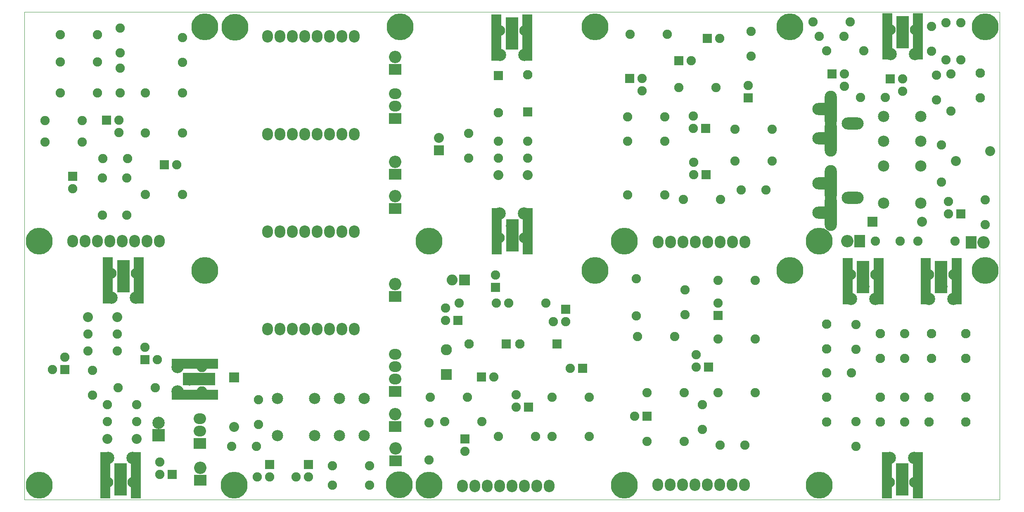
<source format=gbs>
G75*
G71*
%MOMM*%
%OFA0B0*%
%FSLAX53Y53*%
%IPPOS*%
%LPD*%
%ADD10R,2.23520X2.54000*%
%ADD11R,1.93040X1.93040*%
%ADD13R,2.23520X2.23520*%
%ADD14C,2.50698*%
%ADD16O,2.23520X2.54000*%
%ADD19O,2.23520X2.23520*%
%ADD20R,2.50698X6.60400*%
%ADD22R,2.54000X2.30800*%
%ADD32R,6.60400X2.50698*%
%ADD33C,2.28600*%
%ADD36R,2.54000X2.23520*%
%ADD37R,2.03200X9.50722*%
%ADD39C,1.90500*%
%ADD45R,2.30800X2.54000*%
%ADD51R,2.03200X2.03200*%
%ADD54C,1.93040*%
%ADD56C,0.15000*%
%ADD57O,2.54000X2.23520*%
%ADD59C,2.10820*%
%ADD60R,9.50722X2.03200*%
%ADD62C,2.03200*%
%ADD63C,2.30632*%
%ADD64C,5.50926*%
%ADD67R,2.28600X2.28600*%
%ADD72R,2.50698X2.50698*%
%ADD74O,2.54000X2.54000*%
%ADD81R,1.90500X1.90500*%
%ADD82O,4.50850X2.50698*%
%ADD83O,2.50698X7.50824*%
X0000000Y0000000D02*
G01*
D56*
D22*
X0036101Y0004030D03*
D74*
X0036101Y0006570D03*
D64*
X0037003Y0047000D03*
X0003000Y0003000D03*
D62*
X0019002Y0037501D03*
X0013002Y0037501D03*
D39*
X0019002Y0034001D03*
X0013002Y0034001D03*
X0019002Y0030501D03*
X0013002Y0030501D03*
D62*
X0017000Y0012500D03*
X0023000Y0012500D03*
D39*
X0017000Y0016000D03*
X0023000Y0016000D03*
X0017000Y0019500D03*
X0023000Y0019500D03*
X0024732Y0031270D03*
D81*
X0024732Y0028730D03*
D39*
X0027272Y0028730D03*
X0026812Y0023000D03*
X0019192Y0023000D03*
D72*
X0027500Y0013231D03*
D14*
X0027500Y0015771D03*
D39*
X0014000Y0021461D03*
X0014000Y0026541D03*
D81*
X0030272Y0005230D03*
D39*
X0027732Y0005230D03*
X0027732Y0007770D03*
X0005730Y0026731D03*
D81*
X0008270Y0026731D03*
D39*
X0008270Y0029271D03*
D60*
X0035001Y0027895D03*
X0035001Y0021570D03*
D32*
X0035842Y0024730D03*
D14*
X0033901Y0024679D03*
D59*
X0036401Y0022180D03*
X0036401Y0027181D03*
D14*
X0031402Y0027181D03*
X0031402Y0022180D03*
D37*
X0017107Y0044999D03*
X0023431Y0044999D03*
D20*
X0020272Y0045840D03*
D14*
X0020322Y0043899D03*
D59*
X0022822Y0046398D03*
X0017821Y0046398D03*
D14*
X0017821Y0041400D03*
X0022822Y0041400D03*
D37*
X0022895Y0005002D03*
X0016571Y0005002D03*
D20*
X0019731Y0004161D03*
D14*
X0019680Y0006101D03*
D59*
X0017180Y0003602D03*
X0022182Y0003602D03*
D14*
X0022182Y0008601D03*
X0017180Y0008601D03*
D36*
X0036001Y0011560D03*
D57*
X0036001Y0014100D03*
X0036001Y0016640D03*
X0000000Y0050000D02*
G01*
D56*
D64*
X0037003Y0097000D03*
X0003000Y0053000D03*
D39*
X0015011Y0083401D03*
X0007391Y0083401D03*
X0011811Y0077801D03*
X0004191Y0077801D03*
X0024790Y0062601D03*
X0032410Y0062601D03*
X0032408Y0075200D03*
X0024788Y0075200D03*
X0015011Y0095400D03*
X0007391Y0095400D03*
X0015011Y0089800D03*
X0007391Y0089800D03*
X0011811Y0073399D03*
X0004191Y0073399D03*
X0032410Y0083401D03*
X0024790Y0083401D03*
X0016002Y0066010D03*
X0016002Y0058390D03*
X0021001Y0066010D03*
X0021001Y0058390D03*
X0019599Y0096741D03*
X0019599Y0091661D03*
X0019601Y0088542D03*
X0019601Y0083462D03*
X0032400Y0094740D03*
X0032400Y0089660D03*
X0016060Y0070000D03*
X0021140Y0070000D03*
D10*
X0030261Y0053000D03*
D16*
X0027721Y0053000D03*
X0025181Y0053000D03*
X0022641Y0053000D03*
X0020101Y0053000D03*
X0017561Y0053000D03*
X0015021Y0053000D03*
X0012481Y0053000D03*
X0009941Y0053000D03*
D81*
X0028731Y0068700D03*
D39*
X0031271Y0068700D03*
D81*
X0009901Y0066370D03*
D39*
X0009901Y0063830D03*
D81*
X0016831Y0077870D03*
D39*
X0019371Y0077870D03*
X0019371Y0075330D03*
X0040000Y0000000D02*
G01*
D56*
D22*
X0076000Y0088230D03*
D74*
X0076000Y0090770D03*
D22*
X0076000Y0066730D03*
D74*
X0076000Y0069270D03*
D22*
X0076000Y0059730D03*
D74*
X0076000Y0062270D03*
D22*
X0076000Y0041730D03*
D74*
X0076000Y0044270D03*
D22*
X0076000Y0015030D03*
D74*
X0076000Y0017570D03*
D22*
X0076100Y0008030D03*
D74*
X0076100Y0010570D03*
D64*
X0043200Y0096900D03*
X0076900Y0003100D03*
X0077000Y0097000D03*
X0043000Y0003000D03*
D39*
X0048000Y0020540D03*
X0048000Y0015460D03*
X0042460Y0011000D03*
X0047540Y0011000D03*
D51*
X0043000Y0025080D03*
D62*
X0043000Y0014920D03*
D10*
X0070160Y0035000D03*
D16*
X0067620Y0035000D03*
X0065080Y0035000D03*
X0062540Y0035000D03*
X0060000Y0035000D03*
X0057460Y0035000D03*
X0054920Y0035000D03*
X0052380Y0035000D03*
X0049840Y0035000D03*
D10*
X0070160Y0055000D03*
D16*
X0067620Y0055000D03*
X0065080Y0055000D03*
X0062540Y0055000D03*
X0060000Y0055000D03*
X0057460Y0055000D03*
X0054920Y0055000D03*
X0052380Y0055000D03*
X0049840Y0055000D03*
D36*
X0076000Y0022190D03*
D57*
X0076000Y0024730D03*
X0076000Y0027270D03*
X0076000Y0029810D03*
D10*
X0070160Y0075000D03*
D16*
X0067620Y0075000D03*
X0065080Y0075000D03*
X0062540Y0075000D03*
X0060000Y0075000D03*
X0057460Y0075000D03*
X0054920Y0075000D03*
X0052380Y0075000D03*
X0049840Y0075000D03*
D10*
X0070160Y0095000D03*
D16*
X0067620Y0095000D03*
X0065080Y0095000D03*
X0062540Y0095000D03*
X0060000Y0095000D03*
X0057460Y0095000D03*
X0054920Y0095000D03*
X0052380Y0095000D03*
X0049840Y0095000D03*
D81*
X0058270Y0007270D03*
D39*
X0058270Y0004730D03*
X0055730Y0004730D03*
D81*
X0050270Y0007270D03*
D39*
X0050270Y0004730D03*
X0047730Y0004730D03*
X0063190Y0003000D03*
X0070810Y0003000D03*
X0063190Y0007000D03*
X0070810Y0007000D03*
D63*
X0069636Y0020810D03*
X0064556Y0020810D03*
X0059476Y0020810D03*
X0069636Y0013190D03*
X0064556Y0013190D03*
X0059476Y0013190D03*
X0051856Y0020810D03*
X0051856Y0013190D03*
D36*
X0076000Y0078160D03*
D57*
X0076000Y0080700D03*
X0076000Y0083240D03*
X0080000Y0000000D02*
G01*
D56*
D64*
X0117003Y0047000D03*
X0083000Y0003000D03*
D39*
X0086190Y0016000D03*
X0093810Y0016000D03*
X0089121Y0040338D03*
X0096741Y0040338D03*
X0099281Y0040338D03*
X0106901Y0040338D03*
X0097191Y0013000D03*
X0104811Y0013000D03*
X0083190Y0021001D03*
X0090810Y0021001D03*
X0083002Y0008189D03*
X0083002Y0015809D03*
X0108191Y0013000D03*
X0115811Y0013000D03*
X0115811Y0021001D03*
X0108191Y0021001D03*
D11*
X0109187Y0031956D03*
D54*
X0101567Y0031956D03*
D11*
X0098773Y0031956D03*
D54*
X0091153Y0031956D03*
D10*
X0110161Y0002800D03*
D16*
X0107621Y0002800D03*
X0105081Y0002800D03*
X0102541Y0002800D03*
X0100001Y0002800D03*
X0097461Y0002800D03*
X0094921Y0002800D03*
X0092381Y0002800D03*
X0089841Y0002800D03*
D13*
X0090271Y0045100D03*
D19*
X0087731Y0045100D03*
D81*
X0090301Y0012470D03*
D39*
X0090301Y0009930D03*
D81*
X0093731Y0025200D03*
D39*
X0096271Y0025200D03*
D81*
X0114471Y0027000D03*
D39*
X0111931Y0027000D03*
D67*
X0086501Y0025660D03*
D33*
X0086501Y0030740D03*
D81*
X0096601Y0043530D03*
D39*
X0096601Y0046070D03*
D81*
X0110965Y0039068D03*
D39*
X0110965Y0036528D03*
X0108425Y0036528D03*
D81*
X0088867Y0036782D03*
D39*
X0086327Y0036782D03*
X0086327Y0039322D03*
D81*
X0103345Y0019002D03*
D39*
X0100805Y0019002D03*
X0100805Y0021542D03*
X0120000Y0000000D02*
G01*
D56*
D64*
X0157003Y0047000D03*
X0123000Y0003000D03*
D39*
X0142192Y0021999D03*
X0149812Y0021999D03*
X0142192Y0044999D03*
X0149812Y0044999D03*
X0125502Y0037689D03*
X0125502Y0045309D03*
X0125692Y0033498D03*
X0133312Y0033498D03*
X0127691Y0021999D03*
X0135311Y0021999D03*
X0127691Y0011999D03*
X0135311Y0011999D03*
X0142192Y0033000D03*
X0149812Y0033000D03*
X0135501Y0037958D03*
X0135501Y0043038D03*
X0139002Y0014460D03*
X0139002Y0019540D03*
X0142662Y0011199D03*
X0147742Y0011199D03*
D10*
X0150161Y0003100D03*
D16*
X0147621Y0003100D03*
X0145081Y0003100D03*
X0142541Y0003100D03*
X0140001Y0003100D03*
X0137461Y0003100D03*
X0134921Y0003100D03*
X0132381Y0003100D03*
X0129841Y0003100D03*
D81*
X0127671Y0017100D03*
D39*
X0125131Y0017100D03*
D81*
X0142201Y0037830D03*
D39*
X0142201Y0040370D03*
D81*
X0140271Y0027230D03*
D39*
X0137731Y0027230D03*
X0137731Y0029770D03*
X0080000Y0050000D02*
G01*
D56*
D64*
X0117003Y0097000D03*
X0083000Y0053000D03*
D51*
X0085032Y0071689D03*
D62*
X0085032Y0074229D03*
D11*
X0103210Y0079561D03*
D54*
X0103210Y0087181D03*
D11*
X0097201Y0087021D03*
D54*
X0097201Y0079401D03*
D39*
X0091120Y0070099D03*
X0091120Y0075179D03*
D62*
X0097170Y0066569D03*
X0103170Y0066569D03*
D39*
X0097170Y0070069D03*
X0103170Y0070069D03*
X0097170Y0073569D03*
X0103170Y0073569D03*
D37*
X0103196Y0055101D03*
X0096871Y0055101D03*
D20*
X0100031Y0054260D03*
D14*
X0099980Y0056201D03*
D59*
X0097481Y0053701D03*
X0102482Y0053701D03*
D14*
X0102482Y0058700D03*
X0097481Y0058700D03*
D37*
X0096806Y0094799D03*
X0103131Y0094799D03*
D20*
X0099971Y0095640D03*
D14*
X0100022Y0093699D03*
D59*
X0102521Y0096199D03*
X0097520Y0096199D03*
D14*
X0097520Y0091200D03*
X0102521Y0091200D03*
X0120000Y0050000D02*
G01*
D56*
D64*
X0157003Y0097000D03*
X0123000Y0053000D03*
D39*
X0123690Y0078499D03*
X0131310Y0078499D03*
X0123690Y0062500D03*
X0131310Y0062500D03*
X0135091Y0061600D03*
X0142711Y0061600D03*
X0145692Y0076000D03*
X0153312Y0076000D03*
X0145692Y0069500D03*
X0153312Y0069500D03*
X0123690Y0073500D03*
X0131310Y0073500D03*
X0134191Y0084501D03*
X0141811Y0084501D03*
X0124191Y0095499D03*
X0131811Y0095499D03*
X0149002Y0096040D03*
X0149002Y0090960D03*
X0146962Y0063500D03*
X0152042Y0063500D03*
D81*
X0148401Y0082430D03*
D39*
X0148401Y0084970D03*
D81*
X0134231Y0090000D03*
D39*
X0136771Y0090000D03*
D81*
X0140031Y0094600D03*
D39*
X0142571Y0094600D03*
D10*
X0150261Y0052900D03*
D16*
X0147721Y0052900D03*
X0145181Y0052900D03*
X0142641Y0052900D03*
X0140101Y0052900D03*
X0137561Y0052900D03*
X0135021Y0052900D03*
X0132481Y0052900D03*
X0129941Y0052900D03*
D81*
X0139771Y0066630D03*
D39*
X0137231Y0066630D03*
X0137231Y0069170D03*
D81*
X0139671Y0076130D03*
D39*
X0137131Y0076130D03*
X0137131Y0078670D03*
D81*
X0124131Y0086370D03*
D39*
X0126671Y0086370D03*
X0126671Y0083830D03*
X0160000Y0000000D02*
G01*
D56*
D64*
X0197003Y0047000D03*
X0163000Y0003000D03*
D54*
X0193001Y0028960D03*
X0193001Y0034040D03*
X0186001Y0028960D03*
X0186001Y0034040D03*
X0175501Y0034040D03*
X0175501Y0028960D03*
X0164501Y0030960D03*
X0164501Y0036040D03*
X0164501Y0015960D03*
X0164501Y0021040D03*
X0175501Y0021039D03*
X0175501Y0015959D03*
X0185501Y0015959D03*
X0185501Y0021039D03*
X0193002Y0015959D03*
X0193002Y0021039D03*
D39*
X0180501Y0028960D03*
X0180501Y0034040D03*
X0170501Y0035940D03*
X0170501Y0030860D03*
X0170500Y0016040D03*
X0170500Y0010960D03*
X0164461Y0026000D03*
X0169541Y0026000D03*
X0180500Y0021039D03*
X0180500Y0015959D03*
D37*
X0183196Y0005001D03*
X0176871Y0005001D03*
D20*
X0180031Y0004160D03*
D14*
X0179980Y0006101D03*
D59*
X0177481Y0003601D03*
X0182482Y0003601D03*
D14*
X0182482Y0008600D03*
X0177481Y0008600D03*
D37*
X0168806Y0044799D03*
X0175131Y0044799D03*
D20*
X0171971Y0045640D03*
D14*
X0172022Y0043699D03*
D59*
X0174521Y0046199D03*
X0169520Y0046199D03*
D14*
X0169520Y0041200D03*
X0174521Y0041200D03*
D37*
X0184806Y0044799D03*
X0191131Y0044799D03*
D20*
X0187971Y0045640D03*
D14*
X0188022Y0043699D03*
D59*
X0190521Y0046199D03*
X0185520Y0046199D03*
D14*
X0185520Y0041200D03*
X0190521Y0041200D03*
X0160000Y0050000D02*
G01*
D56*
D45*
X0171270Y0053000D03*
D74*
X0168730Y0053000D03*
D45*
X0194112Y0052810D03*
D74*
X0196652Y0052810D03*
D64*
X0197003Y0097000D03*
X0163000Y0053000D03*
D62*
X0198001Y0071501D03*
X0191001Y0069500D03*
D39*
X0190000Y0079690D03*
X0190000Y0087310D03*
X0188001Y0072809D03*
X0188001Y0065189D03*
X0172111Y0092100D03*
X0164491Y0092100D03*
X0189002Y0090191D03*
X0189002Y0097811D03*
X0192001Y0090191D03*
X0192001Y0097811D03*
X0161692Y0098001D03*
X0169312Y0098001D03*
X0190810Y0053000D03*
X0183190Y0053000D03*
D54*
X0196002Y0082459D03*
X0196002Y0087539D03*
D63*
X0176190Y0078636D03*
X0176190Y0073556D03*
X0176190Y0068476D03*
X0183810Y0078636D03*
X0183810Y0073556D03*
X0183810Y0068476D03*
X0176190Y0060856D03*
X0183810Y0060856D03*
D51*
X0173922Y0057001D03*
D62*
X0184082Y0057001D03*
D39*
X0187000Y0081961D03*
X0187000Y0087041D03*
X0176540Y0082500D03*
X0171460Y0082500D03*
X0186002Y0091961D03*
X0186002Y0097041D03*
X0162962Y0094999D03*
X0168042Y0094999D03*
X0179540Y0053000D03*
X0174460Y0053000D03*
X0197000Y0061539D03*
X0197000Y0056459D03*
D83*
X0165311Y0080132D03*
X0165311Y0074128D03*
D82*
X0169812Y0077130D03*
X0163812Y0074130D03*
X0163812Y0080130D03*
D83*
X0165311Y0064892D03*
X0165311Y0058888D03*
D82*
X0169812Y0061890D03*
X0163812Y0058890D03*
X0163812Y0064890D03*
D37*
X0176906Y0094999D03*
X0183231Y0094999D03*
D20*
X0180071Y0095840D03*
D14*
X0180122Y0093899D03*
D59*
X0182621Y0096399D03*
X0177620Y0096399D03*
D14*
X0177620Y0091400D03*
X0182621Y0091400D03*
D81*
X0191981Y0058588D03*
D39*
X0189441Y0058588D03*
X0189441Y0061128D03*
D81*
X0177503Y0086274D03*
D39*
X0180043Y0086274D03*
X0180043Y0083734D03*
D81*
X0165565Y0087290D03*
D39*
X0168105Y0087290D03*
X0168105Y0084750D03*
%ADD10C,0.00100*%
D10*
X0000000Y0000000D02*
X0000000Y0100000D01*
X0200000Y0100000D01*
X0200000Y0000000D01*
X0000000Y0000000D01*
M02*

</source>
